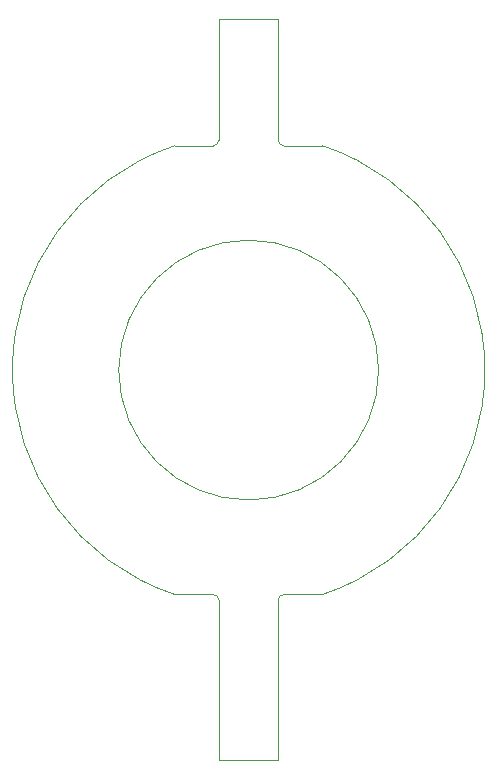
<source format=gbr>
%TF.GenerationSoftware,KiCad,Pcbnew,7.0.10-7.0.10~ubuntu20.04.1*%
%TF.CreationDate,2024-07-01T02:38:12+03:00*%
%TF.ProjectId,Tacho,54616368-6f2e-46b6-9963-61645f706362,rev?*%
%TF.SameCoordinates,Original*%
%TF.FileFunction,Profile,NP*%
%FSLAX46Y46*%
G04 Gerber Fmt 4.6, Leading zero omitted, Abs format (unit mm)*
G04 Created by KiCad (PCBNEW 7.0.10-7.0.10~ubuntu20.04.1) date 2024-07-01 02:38:12*
%MOMM*%
%LPD*%
G01*
G04 APERTURE LIST*
%TA.AperFunction,Profile*%
%ADD10C,0.100000*%
%TD*%
G04 APERTURE END LIST*
D10*
X97000000Y-81000000D02*
G75*
G03*
X97500000Y-80500000I0J500000D01*
G01*
X97000000Y-81000000D02*
X93750488Y-81001484D01*
X106249512Y-81001484D02*
X103000000Y-81000000D01*
X102500000Y-80500000D02*
G75*
G03*
X103000000Y-81000000I500000J0D01*
G01*
X97500000Y-119499999D02*
G75*
G03*
X97000000Y-119000000I-500000J-1D01*
G01*
X93750488Y-118998515D02*
X97000000Y-119000000D01*
X106249512Y-118998516D02*
G75*
G03*
X120000000Y-100000000I-6249512J18998516D01*
G01*
X103000000Y-119000000D02*
X106249512Y-118998515D01*
X102500001Y-133000000D02*
X97499999Y-133000000D01*
X102500001Y-119500000D02*
X102500001Y-133000000D01*
X80000001Y-100000000D02*
G75*
G03*
X93750488Y-118998515I19999999J0D01*
G01*
X103000000Y-119000001D02*
G75*
G03*
X102500001Y-119500000I1J-500000D01*
G01*
X97499999Y-133000000D02*
X97500000Y-119499999D01*
X120000000Y-100000000D02*
G75*
G03*
X106249512Y-81001484I-20000000J0D01*
G01*
X93750488Y-81001484D02*
G75*
G03*
X80000000Y-100000000I6249512J-18998516D01*
G01*
X102500000Y-70250000D02*
X102500000Y-80500000D01*
X97500000Y-80500000D02*
X97500000Y-70250000D01*
X97500000Y-70250000D02*
X102500000Y-70250000D01*
X111000000Y-100000000D02*
G75*
G03*
X89000000Y-100000000I-11000000J0D01*
G01*
X89000000Y-100000000D02*
G75*
G03*
X111000000Y-100000000I11000000J0D01*
G01*
M02*

</source>
